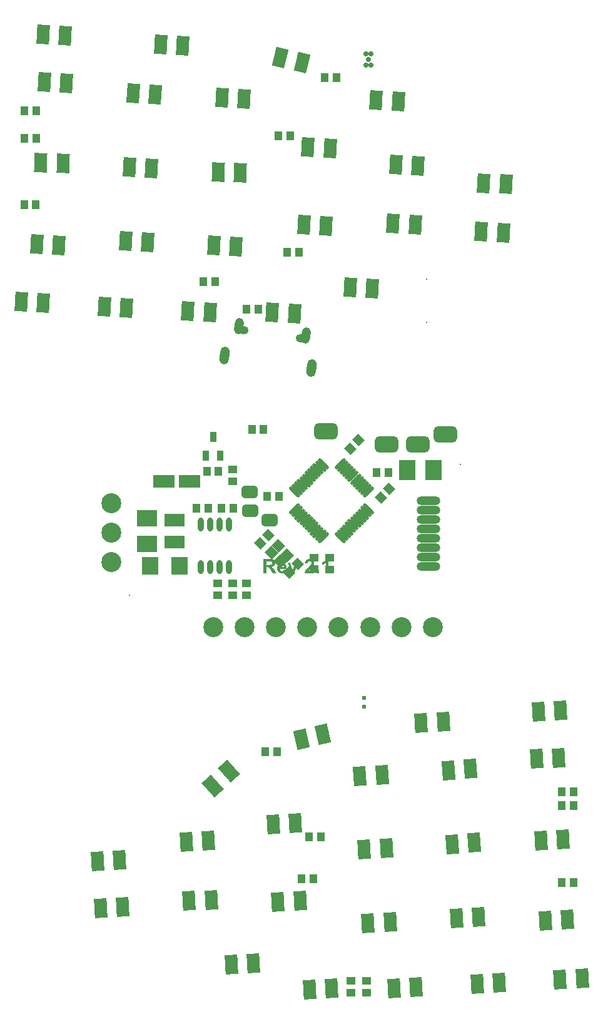
<source format=gts>
G04 Layer_Color=8388736*
%FSLAX44Y44*%
%MOMM*%
G71*
G01*
G75*
%ADD40C,0.6096*%
G04:AMPARAMS|DCode=94|XSize=2.6032mm|YSize=1.7032mm|CornerRadius=0mm|HoleSize=0mm|Usage=FLASHONLY|Rotation=273.000|XOffset=0mm|YOffset=0mm|HoleType=Round|Shape=Rectangle|*
%AMROTATEDRECTD94*
4,1,4,-0.9186,1.2552,0.7823,1.3444,0.9186,-1.2552,-0.7823,-1.3444,-0.9186,1.2552,0.0*
%
%ADD94ROTATEDRECTD94*%

%ADD95R,1.1032X1.3032*%
G04:AMPARAMS|DCode=96|XSize=2.6032mm|YSize=1.7032mm|CornerRadius=0mm|HoleSize=0mm|Usage=FLASHONLY|Rotation=274.000|XOffset=0mm|YOffset=0mm|HoleType=Round|Shape=Rectangle|*
%AMROTATEDRECTD96*
4,1,4,-0.9403,1.2390,0.7587,1.3578,0.9403,-1.2390,-0.7587,-1.3578,-0.9403,1.2390,0.0*
%
%ADD96ROTATEDRECTD96*%

G04:AMPARAMS|DCode=97|XSize=2.6032mm|YSize=1.7032mm|CornerRadius=0mm|HoleSize=0mm|Usage=FLASHONLY|Rotation=103.000|XOffset=0mm|YOffset=0mm|HoleType=Round|Shape=Rectangle|*
%AMROTATEDRECTD97*
4,1,4,1.1226,-1.0767,-0.5370,-1.4598,-1.1226,1.0767,0.5370,1.4598,1.1226,-1.0767,0.0*
%
%ADD97ROTATEDRECTD97*%

%ADD98R,1.3032X1.1032*%
G04:AMPARAMS|DCode=99|XSize=2.6032mm|YSize=1.7032mm|CornerRadius=0mm|HoleSize=0mm|Usage=FLASHONLY|Rotation=132.000|XOffset=0mm|YOffset=0mm|HoleType=Round|Shape=Rectangle|*
%AMROTATEDRECTD99*
4,1,4,1.5038,-0.3974,0.2381,-1.5371,-1.5038,0.3974,-0.2381,1.5371,1.5038,-0.3974,0.0*
%
%ADD99ROTATEDRECTD99*%

G04:AMPARAMS|DCode=100|XSize=2.6032mm|YSize=1.7032mm|CornerRadius=0mm|HoleSize=0mm|Usage=FLASHONLY|Rotation=87.000|XOffset=0mm|YOffset=0mm|HoleType=Round|Shape=Rectangle|*
%AMROTATEDRECTD100*
4,1,4,0.7823,-1.3444,-0.9186,-1.2552,-0.7823,1.3444,0.9186,1.2552,0.7823,-1.3444,0.0*
%
%ADD100ROTATEDRECTD100*%

G04:AMPARAMS|DCode=101|XSize=2.6032mm|YSize=1.7032mm|CornerRadius=0mm|HoleSize=0mm|Usage=FLASHONLY|Rotation=256.000|XOffset=0mm|YOffset=0mm|HoleType=Round|Shape=Rectangle|*
%AMROTATEDRECTD101*
4,1,4,-0.5114,1.4690,1.1412,1.0569,0.5114,-1.4690,-1.1412,-1.0569,-0.5114,1.4690,0.0*
%
%ADD101ROTATEDRECTD101*%

G04:AMPARAMS|DCode=102|XSize=2.6032mm|YSize=1.7032mm|CornerRadius=0mm|HoleSize=0mm|Usage=FLASHONLY|Rotation=88.000|XOffset=0mm|YOffset=0mm|HoleType=Round|Shape=Rectangle|*
%AMROTATEDRECTD102*
4,1,4,0.8057,-1.3305,-0.8965,-1.2711,-0.8057,1.3305,0.8965,1.2711,0.8057,-1.3305,0.0*
%
%ADD102ROTATEDRECTD102*%

G04:AMPARAMS|DCode=103|XSize=2.6032mm|YSize=1.7032mm|CornerRadius=0mm|HoleSize=0mm|Usage=FLASHONLY|Rotation=86.000|XOffset=0mm|YOffset=0mm|HoleType=Round|Shape=Rectangle|*
%AMROTATEDRECTD103*
4,1,4,0.7587,-1.3578,-0.9403,-1.2390,-0.7587,1.3578,0.9403,1.2390,0.7587,-1.3578,0.0*
%
%ADD103ROTATEDRECTD103*%

%ADD104R,2.7032X1.7032*%
%ADD105R,2.7032X2.2032*%
%ADD106R,2.2032X2.7032*%
G04:AMPARAMS|DCode=107|XSize=1.3032mm|YSize=1.1032mm|CornerRadius=0mm|HoleSize=0mm|Usage=FLASHONLY|Rotation=315.000|XOffset=0mm|YOffset=0mm|HoleType=Round|Shape=Rectangle|*
%AMROTATEDRECTD107*
4,1,4,-0.8508,0.0707,-0.0707,0.8508,0.8508,-0.0707,0.0707,-0.8508,-0.8508,0.0707,0.0*
%
%ADD107ROTATEDRECTD107*%

G04:AMPARAMS|DCode=108|XSize=1.7032mm|YSize=2.2032mm|CornerRadius=0.4766mm|HoleSize=0mm|Usage=FLASHONLY|Rotation=90.000|XOffset=0mm|YOffset=0mm|HoleType=Round|Shape=RoundedRectangle|*
%AMROUNDEDRECTD108*
21,1,1.7032,1.2500,0,0,90.0*
21,1,0.7500,2.2032,0,0,90.0*
1,1,0.9532,0.6250,0.3750*
1,1,0.9532,0.6250,-0.3750*
1,1,0.9532,-0.6250,-0.3750*
1,1,0.9532,-0.6250,0.3750*
%
%ADD108ROUNDEDRECTD108*%
G04:AMPARAMS|DCode=109|XSize=2.2032mm|YSize=3.2032mm|CornerRadius=0.6016mm|HoleSize=0mm|Usage=FLASHONLY|Rotation=90.000|XOffset=0mm|YOffset=0mm|HoleType=Round|Shape=RoundedRectangle|*
%AMROUNDEDRECTD109*
21,1,2.2032,2.0000,0,0,90.0*
21,1,1.0000,3.2032,0,0,90.0*
1,1,1.2032,1.0000,0.5000*
1,1,1.2032,1.0000,-0.5000*
1,1,1.2032,-1.0000,-0.5000*
1,1,1.2032,-1.0000,0.5000*
%
%ADD109ROUNDEDRECTD109*%
G04:AMPARAMS|DCode=110|XSize=0.5032mm|YSize=1.9032mm|CornerRadius=0mm|HoleSize=0mm|Usage=FLASHONLY|Rotation=135.000|XOffset=0mm|YOffset=0mm|HoleType=Round|Shape=Round|*
%AMOVALD110*
21,1,1.4000,0.5032,0.0000,0.0000,225.0*
1,1,0.5032,0.4950,0.4950*
1,1,0.5032,-0.4950,-0.4950*
%
%ADD110OVALD110*%

G04:AMPARAMS|DCode=111|XSize=0.5032mm|YSize=1.9032mm|CornerRadius=0mm|HoleSize=0mm|Usage=FLASHONLY|Rotation=45.000|XOffset=0mm|YOffset=0mm|HoleType=Round|Shape=Round|*
%AMOVALD111*
21,1,1.4000,0.5032,0.0000,0.0000,135.0*
1,1,0.5032,0.4950,-0.4950*
1,1,0.5032,-0.4950,0.4950*
%
%ADD111OVALD111*%

G04:AMPARAMS|DCode=112|XSize=1.2032mm|YSize=1.4032mm|CornerRadius=0mm|HoleSize=0mm|Usage=FLASHONLY|Rotation=225.000|XOffset=0mm|YOffset=0mm|HoleType=Round|Shape=Rectangle|*
%AMROTATEDRECTD112*
4,1,4,-0.0707,0.9215,0.9215,-0.0707,0.0707,-0.9215,-0.9215,0.0707,-0.0707,0.9215,0.0*
%
%ADD112ROTATEDRECTD112*%

%ADD113R,0.9532X1.3532*%
%ADD114R,2.9532X1.7532*%
%ADD115R,2.3032X2.3532*%
%ADD116O,0.8032X1.9032*%
%ADD117O,3.2032X1.2032*%
G04:AMPARAMS|DCode=118|XSize=1.9192mm|YSize=1.0612mm|CornerRadius=0mm|HoleSize=0mm|Usage=FLASHONLY|Rotation=352.000|XOffset=0mm|YOffset=0mm|HoleType=Round|Shape=Round|*
%AMOVALD118*
21,1,0.8580,1.0612,0.0000,0.0000,352.0*
1,1,1.0612,-0.4248,0.0597*
1,1,1.0612,0.4248,-0.0597*
%
%ADD118OVALD118*%

G04:AMPARAMS|DCode=119|XSize=2.2192mm|YSize=1.2112mm|CornerRadius=0mm|HoleSize=0mm|Usage=FLASHONLY|Rotation=82.000|XOffset=0mm|YOffset=0mm|HoleType=Round|Shape=Round|*
%AMOVALD119*
21,1,1.0080,1.2112,0.0000,0.0000,82.0*
1,1,1.2112,-0.0701,-0.4991*
1,1,1.2112,0.0701,0.4991*
%
%ADD119OVALD119*%

G04:AMPARAMS|DCode=120|XSize=2.4032mm|YSize=1.3032mm|CornerRadius=0mm|HoleSize=0mm|Usage=FLASHONLY|Rotation=82.000|XOffset=0mm|YOffset=0mm|HoleType=Round|Shape=Round|*
%AMOVALD120*
21,1,1.1000,1.3032,0.0000,0.0000,82.0*
1,1,1.3032,-0.0766,-0.5446*
1,1,1.3032,0.0766,0.5446*
%
%ADD120OVALD120*%

%ADD121C,0.7032*%
%ADD122C,0.2032*%
%ADD123C,2.7032*%
G36*
X445514Y724302D02*
X445764Y724274D01*
X446041Y724246D01*
X446347Y724190D01*
X446680Y724135D01*
X447402Y723941D01*
X448124Y723663D01*
X448512Y723496D01*
X448845Y723302D01*
X449206Y723052D01*
X449512Y722775D01*
X449539Y722747D01*
X449595Y722719D01*
X449650Y722608D01*
X449761Y722497D01*
X449900Y722358D01*
X450039Y722164D01*
X450178Y721969D01*
X450344Y721720D01*
X450622Y721164D01*
X450900Y720526D01*
X451011Y720165D01*
X451066Y719776D01*
X451122Y719360D01*
X451149Y718943D01*
Y718888D01*
Y718721D01*
X451122Y718471D01*
X451094Y718166D01*
X451039Y717777D01*
X450955Y717361D01*
X450844Y716917D01*
X450678Y716472D01*
X450650Y716417D01*
X450594Y716278D01*
X450483Y716028D01*
X450317Y715723D01*
X450122Y715362D01*
X449873Y714946D01*
X449567Y714501D01*
X449206Y714029D01*
X449178Y714002D01*
X449067Y713863D01*
X448901Y713669D01*
X448651Y713391D01*
X448318Y713058D01*
X447901Y712614D01*
X447402Y712142D01*
X446791Y711559D01*
X446763Y711531D01*
X446708Y711503D01*
X446624Y711420D01*
X446513Y711309D01*
X446208Y711031D01*
X445847Y710698D01*
X445486Y710337D01*
X445125Y709976D01*
X444792Y709671D01*
X444681Y709532D01*
X444570Y709421D01*
X444542Y709393D01*
X444487Y709338D01*
X444403Y709227D01*
X444292Y709088D01*
X444042Y708782D01*
X443820Y708421D01*
X451149D01*
Y705007D01*
X438240D01*
Y705034D01*
Y705090D01*
X438268Y705201D01*
X438296Y705340D01*
X438323Y705507D01*
X438351Y705701D01*
X438462Y706200D01*
X438629Y706756D01*
X438851Y707366D01*
X439128Y708033D01*
X439489Y708671D01*
Y708699D01*
X439545Y708755D01*
X439600Y708866D01*
X439711Y708977D01*
X439823Y709171D01*
X439989Y709365D01*
X440183Y709615D01*
X440406Y709893D01*
X440655Y710226D01*
X440961Y710559D01*
X441294Y710948D01*
X441683Y711364D01*
X442099Y711781D01*
X442571Y712253D01*
X443071Y712752D01*
X443626Y713280D01*
X443654Y713308D01*
X443737Y713391D01*
X443848Y713502D01*
X444015Y713669D01*
X444237Y713835D01*
X444459Y714057D01*
X444959Y714557D01*
X445458Y715084D01*
X445958Y715612D01*
X446180Y715834D01*
X446402Y716084D01*
X446569Y716278D01*
X446680Y716445D01*
X446708Y716500D01*
X446791Y716639D01*
X446930Y716861D01*
X447068Y717167D01*
X447207Y717500D01*
X447346Y717888D01*
X447429Y718277D01*
X447457Y718693D01*
Y718721D01*
Y718749D01*
Y718888D01*
X447429Y719138D01*
X447374Y719415D01*
X447291Y719721D01*
X447179Y720026D01*
X447013Y720331D01*
X446791Y720609D01*
X446763Y720637D01*
X446680Y720720D01*
X446513Y720831D01*
X446319Y720942D01*
X446041Y721053D01*
X445736Y721164D01*
X445375Y721248D01*
X444959Y721275D01*
X444764D01*
X444542Y721248D01*
X444292Y721192D01*
X443987Y721109D01*
X443681Y720970D01*
X443376Y720803D01*
X443098Y720581D01*
X443071Y720554D01*
X442988Y720443D01*
X442876Y720276D01*
X442765Y720026D01*
X442626Y719721D01*
X442515Y719304D01*
X442404Y718832D01*
X442349Y718277D01*
X438684Y718638D01*
Y718666D01*
X438712Y718777D01*
Y718916D01*
X438768Y719138D01*
X438795Y719388D01*
X438879Y719665D01*
X438962Y719971D01*
X439045Y720331D01*
X439323Y721025D01*
X439656Y721747D01*
X439878Y722108D01*
X440128Y722441D01*
X440406Y722719D01*
X440711Y722997D01*
X440739Y723024D01*
X440794Y723052D01*
X440877Y723108D01*
X441016Y723219D01*
X441183Y723302D01*
X441405Y723413D01*
X441627Y723552D01*
X441905Y723663D01*
X442210Y723802D01*
X442543Y723913D01*
X443265Y724135D01*
X444126Y724274D01*
X444570Y724302D01*
X445042Y724329D01*
X445320D01*
X445514Y724302D01*
D02*
G37*
G36*
X458118Y705007D02*
X454426D01*
Y708699D01*
X458118D01*
Y705007D01*
D02*
G37*
G36*
X407979Y719221D02*
X408229Y719193D01*
X408535Y719138D01*
X408868Y719082D01*
X409229Y718999D01*
X409617Y718888D01*
X410006Y718749D01*
X410422Y718583D01*
X410839Y718360D01*
X411227Y718138D01*
X411616Y717861D01*
X412005Y717527D01*
X412338Y717167D01*
X412366Y717139D01*
X412421Y717083D01*
X412505Y716945D01*
X412616Y716778D01*
X412754Y716556D01*
X412893Y716306D01*
X413060Y715973D01*
X413226Y715612D01*
X413393Y715195D01*
X413559Y714724D01*
X413698Y714224D01*
X413837Y713641D01*
X413948Y713030D01*
X414031Y712364D01*
X414087Y711670D01*
Y710892D01*
X404870D01*
Y710865D01*
Y710809D01*
Y710726D01*
X404898Y710615D01*
X404925Y710337D01*
X404981Y709948D01*
X405092Y709560D01*
X405259Y709116D01*
X405453Y708699D01*
X405731Y708338D01*
X405758Y708310D01*
X405897Y708199D01*
X406064Y708061D01*
X406314Y707894D01*
X406619Y707727D01*
X407008Y707589D01*
X407424Y707478D01*
X407868Y707450D01*
X408007D01*
X408174Y707478D01*
X408368Y707505D01*
X408590Y707561D01*
X408840Y707644D01*
X409090Y707755D01*
X409312Y707922D01*
X409340Y707950D01*
X409423Y708005D01*
X409534Y708116D01*
X409645Y708283D01*
X409812Y708505D01*
X409950Y708755D01*
X410089Y709088D01*
X410228Y709449D01*
X413893Y708838D01*
Y708810D01*
X413865Y708755D01*
X413809Y708644D01*
X413754Y708505D01*
X413671Y708338D01*
X413587Y708144D01*
X413337Y707700D01*
X413032Y707200D01*
X412643Y706673D01*
X412171Y706200D01*
X411644Y705756D01*
X411616D01*
X411588Y705701D01*
X411477Y705673D01*
X411366Y705590D01*
X411227Y705507D01*
X411033Y705423D01*
X410839Y705340D01*
X410589Y705229D01*
X410034Y705034D01*
X409395Y704868D01*
X408646Y704757D01*
X407840Y704701D01*
X407674D01*
X407507Y704729D01*
X407257D01*
X406952Y704785D01*
X406591Y704840D01*
X406203Y704896D01*
X405814Y705007D01*
X405370Y705118D01*
X404925Y705284D01*
X404481Y705479D01*
X404037Y705701D01*
X403593Y705978D01*
X403176Y706284D01*
X402816Y706645D01*
X402455Y707061D01*
X402427Y707089D01*
X402399Y707144D01*
X402344Y707255D01*
X402233Y707394D01*
X402149Y707589D01*
X402038Y707811D01*
X401899Y708061D01*
X401788Y708366D01*
X401650Y708699D01*
X401539Y709060D01*
X401400Y709449D01*
X401316Y709893D01*
X401233Y710337D01*
X401150Y710809D01*
X401122Y711337D01*
X401094Y711864D01*
Y711892D01*
Y712003D01*
Y712197D01*
X401122Y712447D01*
X401150Y712725D01*
X401178Y713058D01*
X401233Y713419D01*
X401316Y713835D01*
X401539Y714696D01*
X401677Y715140D01*
X401844Y715612D01*
X402066Y716056D01*
X402316Y716472D01*
X402593Y716889D01*
X402899Y717278D01*
X402927Y717305D01*
X402982Y717361D01*
X403093Y717472D01*
X403232Y717583D01*
X403399Y717722D01*
X403621Y717888D01*
X403871Y718083D01*
X404148Y718277D01*
X404454Y718444D01*
X404814Y718638D01*
X405175Y718805D01*
X405592Y718943D01*
X406008Y719054D01*
X406480Y719165D01*
X406952Y719221D01*
X407452Y719249D01*
X407757D01*
X407979Y719221D01*
D02*
G37*
G36*
X391738Y724190D02*
X392044D01*
X392349Y724163D01*
X392710D01*
X393432Y724079D01*
X394182Y723996D01*
X394876Y723857D01*
X395181Y723774D01*
X395459Y723691D01*
X395486D01*
X395514Y723663D01*
X395681Y723580D01*
X395930Y723441D01*
X396264Y723274D01*
X396625Y722997D01*
X396986Y722691D01*
X397346Y722303D01*
X397679Y721831D01*
Y721803D01*
X397707Y721775D01*
X397763Y721692D01*
X397818Y721609D01*
X397957Y721331D01*
X398124Y720970D01*
X398263Y720526D01*
X398401Y720026D01*
X398512Y719443D01*
X398540Y718832D01*
Y718805D01*
Y718749D01*
Y718610D01*
X398512Y718471D01*
Y718277D01*
X398485Y718083D01*
X398374Y717583D01*
X398235Y717000D01*
X398013Y716417D01*
X397679Y715806D01*
X397485Y715529D01*
X397263Y715251D01*
X397235Y715223D01*
X397208Y715195D01*
X397124Y715112D01*
X397013Y715029D01*
X396902Y714918D01*
X396736Y714779D01*
X396541Y714640D01*
X396319Y714501D01*
X396069Y714335D01*
X395764Y714196D01*
X395459Y714057D01*
X395125Y713918D01*
X394737Y713780D01*
X394348Y713669D01*
X393932Y713558D01*
X393460Y713474D01*
X393488D01*
X393515Y713447D01*
X393682Y713335D01*
X393904Y713197D01*
X394182Y713002D01*
X394515Y712752D01*
X394848Y712503D01*
X395209Y712197D01*
X395514Y711864D01*
X395542Y711836D01*
X395681Y711697D01*
X395847Y711475D01*
X396097Y711142D01*
X396430Y710726D01*
X396597Y710448D01*
X396791Y710171D01*
X397013Y709865D01*
X397235Y709532D01*
X397485Y709143D01*
X397735Y708755D01*
X400095Y705007D01*
X395431D01*
X392655Y709171D01*
X392627Y709199D01*
X392599Y709282D01*
X392516Y709393D01*
X392405Y709532D01*
X392294Y709699D01*
X392155Y709921D01*
X391850Y710365D01*
X391489Y710865D01*
X391155Y711309D01*
X390850Y711725D01*
X390711Y711864D01*
X390600Y712003D01*
X390572Y712031D01*
X390517Y712086D01*
X390406Y712197D01*
X390267Y712336D01*
X390073Y712447D01*
X389878Y712586D01*
X389656Y712697D01*
X389434Y712808D01*
X389406D01*
X389323Y712836D01*
X389184Y712891D01*
X388962Y712919D01*
X388685Y712974D01*
X388351Y713002D01*
X387963Y713030D01*
X386713D01*
Y705007D01*
X382827D01*
Y724218D01*
X391489D01*
X391738Y724190D01*
D02*
G37*
G36*
X424220Y705007D02*
X420889D01*
X415281Y718943D01*
X419140D01*
X421777Y711808D01*
X422527Y709449D01*
X422555Y709476D01*
X422582Y709587D01*
X422638Y709754D01*
X422693Y709921D01*
X422832Y710337D01*
X422888Y710504D01*
X422915Y710642D01*
Y710670D01*
X422943Y710753D01*
X422971Y710865D01*
X423026Y711003D01*
X423138Y711392D01*
X423304Y711808D01*
X425969Y718943D01*
X429745D01*
X424220Y705007D01*
D02*
G37*
G36*
X470528D02*
X466835D01*
Y718916D01*
X466807Y718888D01*
X466752Y718832D01*
X466641Y718749D01*
X466474Y718610D01*
X466280Y718444D01*
X466058Y718277D01*
X465780Y718083D01*
X465475Y717861D01*
X465142Y717638D01*
X464781Y717416D01*
X464392Y717167D01*
X463976Y716945D01*
X463087Y716528D01*
X462088Y716139D01*
Y719471D01*
X462116D01*
X462143Y719499D01*
X462227Y719526D01*
X462338Y719554D01*
X462615Y719693D01*
X463004Y719859D01*
X463476Y720082D01*
X464003Y720387D01*
X464586Y720776D01*
X465197Y721220D01*
X465225Y721248D01*
X465280Y721275D01*
X465364Y721359D01*
X465475Y721470D01*
X465780Y721747D01*
X466113Y722108D01*
X466502Y722552D01*
X466891Y723108D01*
X467252Y723691D01*
X467529Y724329D01*
X470528D01*
Y705007D01*
D02*
G37*
%LPC*%
G36*
X407674Y716417D02*
X407480D01*
X407257Y716361D01*
X406980Y716306D01*
X406674Y716195D01*
X406341Y716056D01*
X406008Y715834D01*
X405703Y715529D01*
X405675Y715501D01*
X405592Y715362D01*
X405453Y715168D01*
X405314Y714890D01*
X405148Y714557D01*
X405037Y714140D01*
X404953Y713669D01*
X404925Y713141D01*
X410422D01*
Y713169D01*
Y713224D01*
Y713280D01*
X410395Y713391D01*
X410367Y713696D01*
X410311Y714029D01*
X410200Y714418D01*
X410061Y714835D01*
X409839Y715223D01*
X409590Y715556D01*
X409562Y715584D01*
X409451Y715695D01*
X409284Y715834D01*
X409062Y716001D01*
X408784Y716139D01*
X408451Y716278D01*
X408090Y716389D01*
X407674Y716417D01*
D02*
G37*
G36*
X391155Y720970D02*
X386713D01*
Y716084D01*
X390489D01*
X391044Y716112D01*
X391627Y716139D01*
X392210Y716167D01*
X392460Y716195D01*
X392682Y716223D01*
X392904Y716278D01*
X393043Y716306D01*
X393071D01*
X393154Y716361D01*
X393293Y716417D01*
X393432Y716500D01*
X393793Y716750D01*
X393959Y716917D01*
X394126Y717111D01*
X394154Y717139D01*
X394182Y717222D01*
X394265Y717333D01*
X394348Y717500D01*
X394404Y717722D01*
X394487Y717972D01*
X394515Y718249D01*
X394542Y718555D01*
Y718610D01*
Y718721D01*
X394515Y718888D01*
X394487Y719110D01*
X394404Y719360D01*
X394320Y719610D01*
X394182Y719887D01*
X394015Y720109D01*
X393987Y720137D01*
X393932Y720220D01*
X393793Y720304D01*
X393626Y720443D01*
X393432Y720581D01*
X393182Y720692D01*
X392877Y720803D01*
X392543Y720887D01*
X392516D01*
X392433Y720915D01*
X392266D01*
X392016Y720942D01*
X391405D01*
X391155Y720970D01*
D02*
G37*
%LPD*%
D40*
X518967Y536288D02*
D03*
Y524288D02*
D03*
D94*
X307946Y343073D02*
D03*
X277987Y341503D02*
D03*
X783987Y155503D02*
D03*
X813946Y157073D02*
D03*
X671987Y149503D02*
D03*
X701946Y151073D02*
D03*
X558987Y143503D02*
D03*
X588946Y145073D02*
D03*
X368946Y177073D02*
D03*
X338987Y175503D02*
D03*
X474946Y143073D02*
D03*
X444987Y141503D02*
D03*
X595987Y502503D02*
D03*
X625946Y504073D02*
D03*
X191946Y253073D02*
D03*
X161987Y251503D02*
D03*
X311946Y263073D02*
D03*
X281987Y261503D02*
D03*
X431946Y262073D02*
D03*
X401987Y260503D02*
D03*
X187946Y317073D02*
D03*
X157987Y315503D02*
D03*
X425946Y367073D02*
D03*
X395987Y365503D02*
D03*
X553946Y233073D02*
D03*
X523987Y231503D02*
D03*
X673946Y240073D02*
D03*
X643987Y238503D02*
D03*
X793946Y236073D02*
D03*
X763987Y234503D02*
D03*
X548946Y333073D02*
D03*
X518987Y331503D02*
D03*
X787946Y345073D02*
D03*
X757987Y343503D02*
D03*
X754987Y517504D02*
D03*
X784946Y519073D02*
D03*
X781967Y455288D02*
D03*
X752008Y453718D02*
D03*
D95*
X449967Y291288D02*
D03*
X433967D02*
D03*
X459967Y348288D02*
D03*
X443967D02*
D03*
X801967Y390288D02*
D03*
X785967D02*
D03*
X801967Y409288D02*
D03*
X785967D02*
D03*
X801967Y286288D02*
D03*
X785967D02*
D03*
X384967Y463288D02*
D03*
X400967D02*
D03*
X317347Y1098926D02*
D03*
X301347D02*
D03*
X359847Y1061676D02*
D03*
X375847Y1061676D02*
D03*
X481597Y1375176D02*
D03*
X465597D02*
D03*
X402597Y1296176D02*
D03*
X418597D02*
D03*
X58597Y1203426D02*
D03*
X74597D02*
D03*
X59097Y1293426D02*
D03*
X75097D02*
D03*
X59097Y1330426D02*
D03*
X75097D02*
D03*
X414597Y1138676D02*
D03*
X430597D02*
D03*
X535827Y841007D02*
D03*
X551827D02*
D03*
X403827Y809007D02*
D03*
X387827D02*
D03*
X366827Y899007D02*
D03*
X382827D02*
D03*
X321827Y843007D02*
D03*
X305827D02*
D03*
X325827Y793007D02*
D03*
X341827D02*
D03*
X291827D02*
D03*
X307827D02*
D03*
D96*
X667894Y340381D02*
D03*
X637967Y338288D02*
D03*
X662930Y440335D02*
D03*
X633003Y438242D02*
D03*
X542967Y432288D02*
D03*
X513040Y430196D02*
D03*
D97*
X433967Y480288D02*
D03*
X463198Y487037D02*
D03*
D98*
X521967Y153288D02*
D03*
Y137288D02*
D03*
X500967Y153288D02*
D03*
Y137288D02*
D03*
X451327Y726257D02*
D03*
Y710257D02*
D03*
X471827Y726007D02*
D03*
Y710007D02*
D03*
X340827Y845007D02*
D03*
Y829007D02*
D03*
X320827Y691007D02*
D03*
Y675007D02*
D03*
X340827Y691007D02*
D03*
Y675007D02*
D03*
X359827Y691007D02*
D03*
Y675007D02*
D03*
D99*
X313672Y417215D02*
D03*
X335967Y437288D02*
D03*
D100*
X394617Y1057711D02*
D03*
X424576Y1056141D02*
D03*
X565076Y1343141D02*
D03*
X535117Y1344711D02*
D03*
X273576Y1418141D02*
D03*
X243617Y1419711D02*
D03*
X557867Y1177711D02*
D03*
X587826Y1176141D02*
D03*
X677367Y1167211D02*
D03*
X707326Y1165641D02*
D03*
X442867Y1281461D02*
D03*
X472826Y1279891D02*
D03*
X561617Y1257461D02*
D03*
X591576Y1255891D02*
D03*
X680617Y1232461D02*
D03*
X710576Y1230891D02*
D03*
X75638Y1149996D02*
D03*
X105597Y1148426D02*
D03*
X195888Y1153996D02*
D03*
X225847Y1152426D02*
D03*
X315617Y1147961D02*
D03*
X345576Y1146391D02*
D03*
X201138Y1253996D02*
D03*
X231097Y1252426D02*
D03*
X85867Y1369461D02*
D03*
X115826Y1367890D02*
D03*
X326138Y1348246D02*
D03*
X356097Y1346676D02*
D03*
X437367Y1176461D02*
D03*
X467326Y1174891D02*
D03*
X197076Y1063891D02*
D03*
X167117Y1065461D02*
D03*
X310076Y1058141D02*
D03*
X280117Y1059711D02*
D03*
X84556Y1070355D02*
D03*
X54597Y1071926D02*
D03*
X500117Y1091711D02*
D03*
X530077Y1090140D02*
D03*
X114306Y1432105D02*
D03*
X84347Y1433676D02*
D03*
D101*
X434651Y1395297D02*
D03*
X405542Y1402555D02*
D03*
D102*
X321106Y1247699D02*
D03*
X351088Y1246652D02*
D03*
X81356Y1260199D02*
D03*
X111338Y1259152D02*
D03*
D103*
X206383Y1354473D02*
D03*
X236310Y1352379D02*
D03*
D104*
X262077Y746757D02*
D03*
Y776757D02*
D03*
D105*
X225328Y779505D02*
D03*
Y744506D02*
D03*
D106*
X612326Y844756D02*
D03*
X577326D02*
D03*
D107*
X500170Y873350D02*
D03*
X511484Y884664D02*
D03*
X377835Y745199D02*
D03*
X389149Y756513D02*
D03*
X428827Y717007D02*
D03*
X417513Y705693D02*
D03*
X541170Y807350D02*
D03*
X552484Y818664D02*
D03*
D108*
X390827Y777007D02*
D03*
X364827Y789007D02*
D03*
X363827Y815007D02*
D03*
D109*
X628827Y893007D02*
D03*
X591827Y879007D02*
D03*
X549327Y879507D02*
D03*
X466827Y897007D02*
D03*
D110*
X424622Y791693D02*
D03*
X428158Y788158D02*
D03*
X431693Y784622D02*
D03*
X435229Y781086D02*
D03*
X438764Y777551D02*
D03*
X442300Y774015D02*
D03*
X445835Y770480D02*
D03*
X449371Y766944D02*
D03*
X452906Y763409D02*
D03*
X456442Y759873D02*
D03*
X459978Y756338D02*
D03*
X463513Y752802D02*
D03*
X525031Y814320D02*
D03*
X521496Y817856D02*
D03*
X517960Y821392D02*
D03*
X514425Y824927D02*
D03*
X510889Y828463D02*
D03*
X507354Y831998D02*
D03*
X503818Y835534D02*
D03*
X500283Y839069D02*
D03*
X496747Y842605D02*
D03*
X493212Y846140D02*
D03*
X489676Y849676D02*
D03*
X486141Y853211D02*
D03*
D111*
X486141Y752802D02*
D03*
X489676Y756338D02*
D03*
X493212Y759873D02*
D03*
X496747Y763409D02*
D03*
X500283Y766944D02*
D03*
X503818Y770480D02*
D03*
X507354Y774015D02*
D03*
X510889Y777551D02*
D03*
X514425Y781086D02*
D03*
X517960Y784622D02*
D03*
X521496Y788158D02*
D03*
X525031Y791693D02*
D03*
X463513Y853211D02*
D03*
X459978Y849676D02*
D03*
X456442Y846140D02*
D03*
X452906Y842605D02*
D03*
X449371Y839069D02*
D03*
X445835Y835534D02*
D03*
X442300Y831998D02*
D03*
X438764Y828463D02*
D03*
X435229Y824927D02*
D03*
X431693Y821392D02*
D03*
X428158Y817856D02*
D03*
X424622Y814320D02*
D03*
D112*
X414605Y729643D02*
D03*
X402584Y741664D02*
D03*
X405412Y720450D02*
D03*
X393392Y732471D02*
D03*
D113*
X314327Y889507D02*
D03*
X323827Y864007D02*
D03*
X304827D02*
D03*
D114*
X282327Y829007D02*
D03*
X247827D02*
D03*
D115*
X229327Y714507D02*
D03*
X269327D02*
D03*
D116*
X335877Y770507D02*
D03*
X323177Y770507D02*
D03*
X310477D02*
D03*
X297777D02*
D03*
X335877Y713507D02*
D03*
X323177D02*
D03*
X310477D02*
D03*
X297777D02*
D03*
D117*
X606227Y714207D02*
D03*
Y726907D02*
D03*
Y739607D02*
D03*
Y752307D02*
D03*
Y765007D02*
D03*
Y777707D02*
D03*
Y790407D02*
D03*
Y803107D02*
D03*
D118*
X352626Y1034089D02*
D03*
X435630Y1022424D02*
D03*
D119*
X349663Y1038798D02*
D03*
X439777Y1026133D02*
D03*
D120*
X329728Y998985D02*
D03*
X447966Y982367D02*
D03*
D121*
X528347Y1407426D02*
D03*
X520847D02*
D03*
X524597Y1399926D02*
D03*
X528347Y1392426D02*
D03*
X520847D02*
D03*
D122*
X603347Y1044426D02*
D03*
Y1102926D02*
D03*
X649384Y851983D02*
D03*
X200807Y675079D02*
D03*
D123*
X176827Y719507D02*
D03*
X314327Y632007D02*
D03*
X176827Y799507D02*
D03*
Y759507D02*
D03*
X399327Y632007D02*
D03*
X441827D02*
D03*
X484327D02*
D03*
X526827D02*
D03*
X569327D02*
D03*
X356827D02*
D03*
X611827D02*
D03*
M02*

</source>
